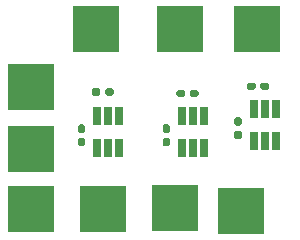
<source format=gbr>
%TF.GenerationSoftware,KiCad,Pcbnew,(5.1.10)-1*%
%TF.CreationDate,2021-10-31T22:14:32-07:00*%
%TF.ProjectId,touch_sensor_fp_board,746f7563-685f-4736-956e-736f725f6670,v1.4*%
%TF.SameCoordinates,Original*%
%TF.FileFunction,Soldermask,Top*%
%TF.FilePolarity,Negative*%
%FSLAX46Y46*%
G04 Gerber Fmt 4.6, Leading zero omitted, Abs format (unit mm)*
G04 Created by KiCad (PCBNEW (5.1.10)-1) date 2021-10-31 22:14:32*
%MOMM*%
%LPD*%
G01*
G04 APERTURE LIST*
%ADD10R,4.000000X4.000000*%
%ADD11R,0.650000X1.560000*%
G04 APERTURE END LIST*
D10*
%TO.C,P3*%
X180350000Y-69200000D03*
%TD*%
%TO.C,P2*%
X173850000Y-69200000D03*
%TD*%
%TO.C,P1*%
X166700000Y-69200000D03*
%TD*%
%TO.C,C1*%
G36*
G01*
X167492500Y-74655000D02*
X167492500Y-74345000D01*
G75*
G02*
X167647500Y-74190000I155000J0D01*
G01*
X168072500Y-74190000D01*
G75*
G02*
X168227500Y-74345000I0J-155000D01*
G01*
X168227500Y-74655000D01*
G75*
G02*
X168072500Y-74810000I-155000J0D01*
G01*
X167647500Y-74810000D01*
G75*
G02*
X167492500Y-74655000I0J155000D01*
G01*
G37*
G36*
G01*
X166357500Y-74655000D02*
X166357500Y-74345000D01*
G75*
G02*
X166512500Y-74190000I155000J0D01*
G01*
X166937500Y-74190000D01*
G75*
G02*
X167092500Y-74345000I0J-155000D01*
G01*
X167092500Y-74655000D01*
G75*
G02*
X166937500Y-74810000I-155000J0D01*
G01*
X166512500Y-74810000D01*
G75*
G02*
X166357500Y-74655000I0J155000D01*
G01*
G37*
%TD*%
%TO.C,C2*%
G36*
G01*
X173532500Y-74780000D02*
X173532500Y-74470000D01*
G75*
G02*
X173687500Y-74315000I155000J0D01*
G01*
X174112500Y-74315000D01*
G75*
G02*
X174267500Y-74470000I0J-155000D01*
G01*
X174267500Y-74780000D01*
G75*
G02*
X174112500Y-74935000I-155000J0D01*
G01*
X173687500Y-74935000D01*
G75*
G02*
X173532500Y-74780000I0J155000D01*
G01*
G37*
G36*
G01*
X174667500Y-74780000D02*
X174667500Y-74470000D01*
G75*
G02*
X174822500Y-74315000I155000J0D01*
G01*
X175247500Y-74315000D01*
G75*
G02*
X175402500Y-74470000I0J-155000D01*
G01*
X175402500Y-74780000D01*
G75*
G02*
X175247500Y-74935000I-155000J0D01*
G01*
X174822500Y-74935000D01*
G75*
G02*
X174667500Y-74780000I0J155000D01*
G01*
G37*
%TD*%
%TO.C,C3*%
G36*
G01*
X179507500Y-74180000D02*
X179507500Y-73870000D01*
G75*
G02*
X179662500Y-73715000I155000J0D01*
G01*
X180087500Y-73715000D01*
G75*
G02*
X180242500Y-73870000I0J-155000D01*
G01*
X180242500Y-74180000D01*
G75*
G02*
X180087500Y-74335000I-155000J0D01*
G01*
X179662500Y-74335000D01*
G75*
G02*
X179507500Y-74180000I0J155000D01*
G01*
G37*
G36*
G01*
X180642500Y-74180000D02*
X180642500Y-73870000D01*
G75*
G02*
X180797500Y-73715000I155000J0D01*
G01*
X181222500Y-73715000D01*
G75*
G02*
X181377500Y-73870000I0J-155000D01*
G01*
X181377500Y-74180000D01*
G75*
G02*
X181222500Y-74335000I-155000J0D01*
G01*
X180797500Y-74335000D01*
G75*
G02*
X180642500Y-74180000I0J155000D01*
G01*
G37*
%TD*%
%TO.C,C4*%
G36*
G01*
X165655000Y-79117500D02*
X165345000Y-79117500D01*
G75*
G02*
X165190000Y-78962500I0J155000D01*
G01*
X165190000Y-78537500D01*
G75*
G02*
X165345000Y-78382500I155000J0D01*
G01*
X165655000Y-78382500D01*
G75*
G02*
X165810000Y-78537500I0J-155000D01*
G01*
X165810000Y-78962500D01*
G75*
G02*
X165655000Y-79117500I-155000J0D01*
G01*
G37*
G36*
G01*
X165655000Y-77982500D02*
X165345000Y-77982500D01*
G75*
G02*
X165190000Y-77827500I0J155000D01*
G01*
X165190000Y-77402500D01*
G75*
G02*
X165345000Y-77247500I155000J0D01*
G01*
X165655000Y-77247500D01*
G75*
G02*
X165810000Y-77402500I0J-155000D01*
G01*
X165810000Y-77827500D01*
G75*
G02*
X165655000Y-77982500I-155000J0D01*
G01*
G37*
%TD*%
%TO.C,C5*%
G36*
G01*
X172830000Y-77982500D02*
X172520000Y-77982500D01*
G75*
G02*
X172365000Y-77827500I0J155000D01*
G01*
X172365000Y-77402500D01*
G75*
G02*
X172520000Y-77247500I155000J0D01*
G01*
X172830000Y-77247500D01*
G75*
G02*
X172985000Y-77402500I0J-155000D01*
G01*
X172985000Y-77827500D01*
G75*
G02*
X172830000Y-77982500I-155000J0D01*
G01*
G37*
G36*
G01*
X172830000Y-79117500D02*
X172520000Y-79117500D01*
G75*
G02*
X172365000Y-78962500I0J155000D01*
G01*
X172365000Y-78537500D01*
G75*
G02*
X172520000Y-78382500I155000J0D01*
G01*
X172830000Y-78382500D01*
G75*
G02*
X172985000Y-78537500I0J-155000D01*
G01*
X172985000Y-78962500D01*
G75*
G02*
X172830000Y-79117500I-155000J0D01*
G01*
G37*
%TD*%
%TO.C,C6*%
G36*
G01*
X178905000Y-77382500D02*
X178595000Y-77382500D01*
G75*
G02*
X178440000Y-77227500I0J155000D01*
G01*
X178440000Y-76802500D01*
G75*
G02*
X178595000Y-76647500I155000J0D01*
G01*
X178905000Y-76647500D01*
G75*
G02*
X179060000Y-76802500I0J-155000D01*
G01*
X179060000Y-77227500D01*
G75*
G02*
X178905000Y-77382500I-155000J0D01*
G01*
G37*
G36*
G01*
X178905000Y-78517500D02*
X178595000Y-78517500D01*
G75*
G02*
X178440000Y-78362500I0J155000D01*
G01*
X178440000Y-77937500D01*
G75*
G02*
X178595000Y-77782500I155000J0D01*
G01*
X178905000Y-77782500D01*
G75*
G02*
X179060000Y-77937500I0J-155000D01*
G01*
X179060000Y-78362500D01*
G75*
G02*
X178905000Y-78517500I-155000J0D01*
G01*
G37*
%TD*%
%TO.C,TP1*%
X167325000Y-84425000D03*
%TD*%
%TO.C,TP2*%
X173375000Y-84350000D03*
%TD*%
%TO.C,TP3*%
X179000000Y-84550000D03*
%TD*%
%TO.C,TP4*%
X161200000Y-74050000D03*
%TD*%
%TO.C,TP5*%
X161200000Y-79300000D03*
%TD*%
%TO.C,TP6*%
X161200000Y-84425000D03*
%TD*%
D11*
%TO.C,U1*%
X168700000Y-76525000D03*
X167750000Y-76525000D03*
X166800000Y-76525000D03*
X166800000Y-79225000D03*
X168700000Y-79225000D03*
X167750000Y-79225000D03*
%TD*%
%TO.C,U2*%
X174925000Y-79225000D03*
X175875000Y-79225000D03*
X173975000Y-79225000D03*
X173975000Y-76525000D03*
X174925000Y-76525000D03*
X175875000Y-76525000D03*
%TD*%
%TO.C,U3*%
X182000000Y-75925000D03*
X181050000Y-75925000D03*
X180100000Y-75925000D03*
X180100000Y-78625000D03*
X182000000Y-78625000D03*
X181050000Y-78625000D03*
%TD*%
M02*

</source>
